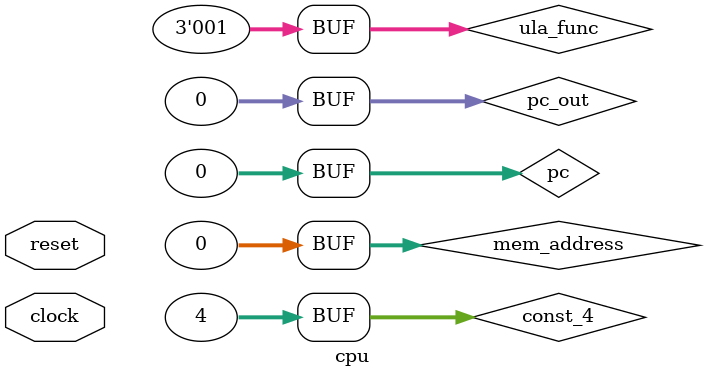
<source format=v>
module cpu( input wire clock,
            input wire reset );

reg [31:0] pc = 32'd0;

//  INSTRUCOES [ <1>clock, <1>reset, <1>load_ir, <32>data_in, <6>31to26, <5>25to21, <5>20to16, <16>15to0]
    wire [31:26]inst_31to26;
    wire [25:21]inst_25to21;
    wire [20:16]inst_20to16;
    wire [15: 0]inst_15to0;
//
// MUX-ULAA [<1>seletor, <32>data_in1, <32>data_in2, <32>data_out]
    wire sel_ula_A;
    wire [31:0] A;
//
// MUX_ULAB [<2>seletor, <32>data0, <32>data1, <32>data2, <32>data3, <32>data_out]
    wire [1:0] sel_ula_B;
    reg [31:0] const_4 = 32'd4;
    wire [31:0] B;
//

// CONTROLE  IN[<1>clock, <1>reset, <6>flags, <6>opcode] OUT[<5>writes, <1>PC_source, <1>Mem_Adress_Source, <1>mux_ULAa, <1>mux_ULAb, <1>reset]
    wire [5:0] flags; // FLAGS: 0-overflow, 1-negative, 2-zero, 3-less, 4-greater
    wire [4:0] writes;
    wire [2:0] ula_func = 3'd1;
    wire pc_source;
    wire mem_adress_src;
    wire mux_ulaA;
    wire mux_ulaB;
    wire reset_out;
//
    unidade_controle controle_( clock, reset, flags, inst_31to26, writes, pc_source, mem_adress_src, sel_ula_A, sel_ula_B, reset_out);
//


// MEMORIA [<32>address, <1>clock, <1>write, <32>datain, <32>dataout]
    wire mem_write;
    wire [31:0] mem_address = pc;
    wire [31:0] mem_data_in;
    wire [31:0] mem_data_out;
//
    Memoria memoria_ (mem_address, clock, mem_write, mem_data_in, mem_data_out);
//

    //wire aux1;
    //wire aux2;
    //assign aux1 = writes[3:3];
    //assign aux2 = writes[2:2];

//  INSTRUCOES [ <1>clock, <1>reset, <1>load_ir, <32>data_in, <6>31to26, <5>25to21, <5>20to16, <16>15to0]
//
    Instr_Reg instrucao_(clock, reset, writes[2], mem_data_out, inst_31to26, inst_25to21, inst_20to16, inst_15to0);
//

// SIGN_EXTEND / LEFTSHIFT2
    wire [31:0] extd_out;
    wire [31:0] shift_out;
    // EXTENSOR_16bits [<16>data_in, <32>data_out]
    sign_extend_16 sign_extend_B (inst_15to0, extd_out);
    // LEFT_SHIFT2 [<32>data_in, <32>data_out]
    left_shift2 shift2_(extd_out, shift_out);
//

// REGISTRADORES [<1>clock, <1>reset, <1>write, <5>read_1, <5>read_2, <5>writeReg, <32>data_in, <32>data_out1, <32>data_out2]
    wire [4:0]reg_to_write;
    wire [31:0]reg_data_in;
    wire [31:0]reg_data_out1;
    wire [31:0]reg_data_out2;
//
    Banco_reg registradores_(clock, reset, writes[2], inst_25to21, inst_20to16, inst_15to0[15:11], reg_data_in, reg_data_out1, reg_data_out2);
//

// MUX-MEMsrc [<1>seletor, <32>data_in1, <32>data_in2, <32>data_out]
//    wire [32:0] mem_in;
//
//    mux2 mux_mem_ (mem_adress_src, pc, ul, A);
//


// MUX-ULAA [<1>seletor, <32>data_0, <32>data_1, <32>data_out]
//
    mux2 mux_a_ (sel_ula_A, pc, reg_data_out1, A);
//

// MUX_ULAB [<2>seletor, <32>data0, <32>data1, <32>data2, <32>data3, <32>data_out]
//
    mux_4 mux_b_ (sel_ula_B, reg_data_out2, const_4, extd_out, shift_out, B);
//


// ULA [<32>A, <32>B, <3>seletor, <32>out, flags( 0-ovflw, 1-ngtv, 2-zero, 3-equal, 4-menor, 5-maior) ]
    wire[31:0] ula_out;
    wire[5:0] ula_flags;
//

    ula32 ula_(A, B, ula_func, ula_out, ula_flags[0], ula_flags[1], ula_flags[2], ula_flags[3], ula_flags[4], ula_flags[5]);
//

// MUX-PCsource [<1>seletor, <32>data_in1, <32>data_in2, <32>data_out]
    wire [31:0]pc_out;
//
    mux2 pc_souce_ (pc_source, pc, ula_out, pc_out);
    assign pc = pc_out;
//


endmodule
    


</source>
